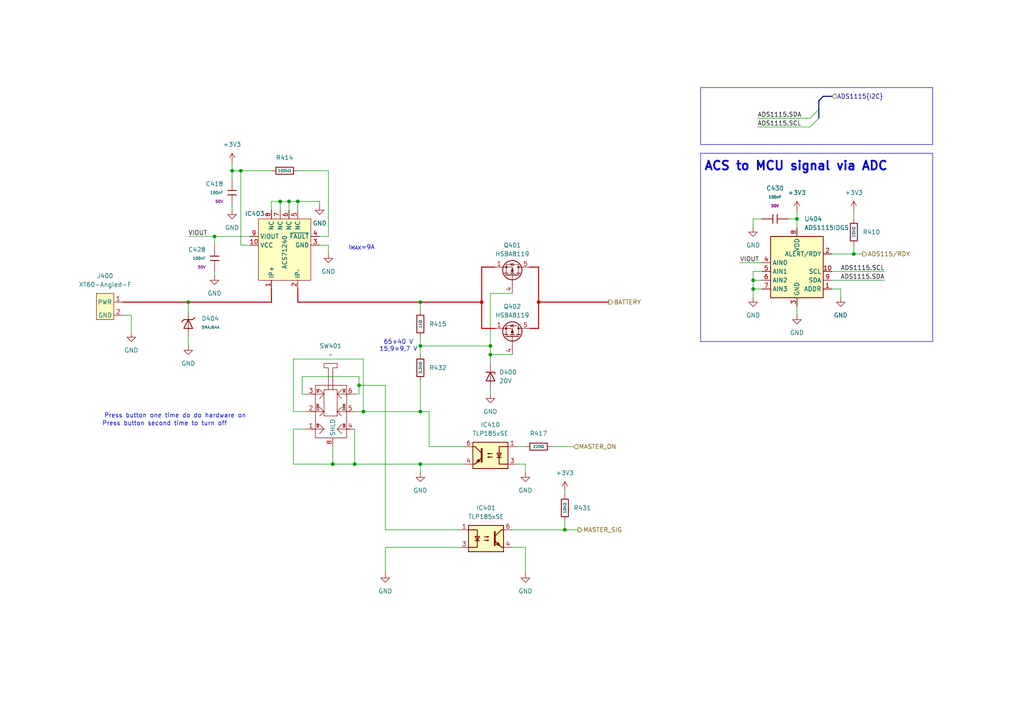
<source format=kicad_sch>
(kicad_sch (version 20250114) (generator "eeschema") (generator_version "9.0")
  (paper "A4")
  (lib_symbols
    (symbol "0402,10kΩ_1" (pin_numbers (hide yes)) (pin_names (offset 0))
      (property "Reference" "R" (at 1.778 0 0))
      (property "Value" "10kΩ" (at 0 0 90))
      (symbol "0402,10kΩ_1_0_1"
        (rectangle (start -1.016 2.54) (end 1.016 -2.54) (stroke (width 0.254)))
      )
      (symbol "0402,10kΩ_1_1_1"
        (pin passive line (at 0 3.81 270) (length 1.27) (name "~") (number "1"))
        (pin passive line (at 0 -3.81 90) (length 1.27) (name "~") (number "2"))
      )
    )
    (symbol "ACS71240KEXBLT-030B3:ACS71240KEXBLT-030B3"
      (property "Reference" "IC" (at 1.524 1.27 0))
      (property "Value" "ACS71240" (at 8.89 -7.62 0))
      (symbol "ACS71240KEXBLT-030B3_0_0"
        (pin input line (at -2.54 -3.81 0) (length 2.54) (name "IP+") (number "1"))
        (pin input line (at -2.54 -11.43 0) (length 2.54) (name "IP–") (number "2"))
        (pin power_in line (at 10.16 2.54 270) (length 2.54) (name "VCC") (number "10"))
        (pin power_in line (at 10.16 -17.78 90) (length 2.54) (name "GND") (number "3"))
        (pin output line (at 12.7 -17.78 90) (length 2.54) (name "~{FAULT}") (number "4"))
        (pin passive line (at 20.32 -3.81 180) (length 2.54) (name "NC") (number "8"))
        (pin passive line (at 20.32 -6.35 180) (length 2.54) (name "NC") (number "7"))
        (pin passive line (at 20.32 -8.89 180) (length 2.54) (name "NC") (number "6"))
        (pin passive line (at 20.32 -11.43 180) (length 2.54) (name "NC") (number "5"))
      )
      (symbol "ACS71240KEXBLT-030B3_1_0"
        (pin output line (at 12.7 2.54 270) (length 2.54) (name "VIOUT") (number "9"))
      )
      (symbol "ACS71240KEXBLT-030B3_1_1"
        (rectangle (start 0 0) (end 17.78 -15.24) (fill (type background)))
      )
    )
    (symbol "Device:D_Zener" (pin_numbers (hide yes)) (pin_names (offset 1.016) (hide yes))
      (property "Reference" "D" (at 0 2.54 0))
      (property "Value" "D_Zener" (at 0 -2.54 0))
      (symbol "D_Zener_0_1"
        (polyline (pts (xy -1.27 -1.27) (xy -1.27 1.27) (xy -0.762 1.27)) (stroke (width 0.254)))
        (polyline (pts (xy 1.27 0) (xy -1.27 0)))
        (polyline (pts (xy 1.27 -1.27) (xy 1.27 1.27) (xy -1.27 0) (xy 1.27 -1.27)) (stroke (width 0.254)))
      )
      (symbol "D_Zener_1_1"
        (pin passive line (at -3.81 0 0) (length 2.54) (name "K") (number "1"))
        (pin passive line (at 3.81 0 180) (length 2.54) (name "A") (number "2"))
      )
    )
    (symbol "Isolator:TLP185xSE"
      (property "Reference" "U" (at -5.08 5.08 0))
      (property "Value" "TLP185xSE" (at -5.08 -5.08 0))
      (symbol "TLP185xSE_0_1"
        (rectangle (start -5.08 3.81) (end 5.08 -3.81) (stroke (width 0.254)) (fill (type background)))
        (polyline (pts (xy -5.08 -2.54) (xy -2.54 -2.54) (xy -2.54 2.54) (xy -5.08 2.54)) (stroke (width 0.254)))
        (polyline (pts (xy -3.175 -0.635) (xy -1.905 -0.635)) (stroke (width 0.254)))
        (polyline (pts (xy -2.54 -0.635) (xy -3.175 0.635) (xy -1.905 0.635) (xy -2.54 -0.635)) (stroke (width 0.254)))
        (polyline (pts (xy -0.508 0.508) (xy 0.762 0.508) (xy 0.381 0.381) (xy 0.381 0.635) (xy 0.762 0.508)) (stroke (width 0.254)))
        (polyline (pts (xy -0.508 -0.508) (xy 0.762 -0.508) (xy 0.381 -0.635) (xy 0.381 -0.381) (xy 0.762 -0.508)) (stroke (width 0.254)))
        (polyline (pts (xy 2.54 1.905) (xy 2.54 -1.905)) (stroke (width 0.508)))
        (polyline (pts (xy 3.048 -1.651) (xy 3.556 -1.143) (xy 4.064 -2.159) (xy 3.048 -1.651)) (stroke (width 0.254)) (fill (type outline)))
        (polyline (pts (xy 5.08 2.54) (xy 4.445 2.54) (xy 2.54 0.635)) (stroke (width 0.254)))
        (polyline (pts (xy 5.08 -2.54) (xy 4.445 -2.54) (xy 2.54 -0.635)) (stroke (width 0.254)))
      )
      (symbol "TLP185xSE_1_1"
        (pin passive line (at -7.62 2.54 0) (length 2.54) (name "~") (number "1"))
        (pin passive line (at -7.62 -2.54 0) (length 2.54) (name "~") (number "3"))
        (pin passive line (at 7.62 2.54 180) (length 2.54) (name "~") (number "6"))
        (pin passive line (at 7.62 -2.54 180) (length 2.54) (name "~") (number "4"))
      )
    )
    (symbol "MCAC80P06YHE3:MCAC80P06YHE3"
      (property "Reference" "Q" (at 0 5.08 0))
      (property "Value" "HSBA8119" (at 0 3.048 0))
      (symbol "MCAC80P06YHE3_0_1"
        (polyline (pts (xy -2.54 0) (xy -1.778 0)))
        (polyline (pts (xy -2.286 -1.778) (xy -1.27 -1.778)) (stroke (width 0.254)))
        (polyline (pts (xy -1.905 -2.286) (xy 1.905 -2.286)) (stroke (width 0.254)))
        (circle (center -1.778 0) (radius 0.254) (fill (type outline)))
        (polyline (pts (xy -1.778 -1.778) (xy -1.778 0.762) (xy 1.778 0.762) (xy 1.778 -1.778)))
        (polyline (pts (xy -0.508 -1.778) (xy 0.508 -1.778)) (stroke (width 0.254)))
        (polyline (pts (xy 0 -0.254) (xy -0.381 -1.27) (xy 0.381 -1.27) (xy 0 -0.254)) (fill (type outline)))
        (circle (center 0 -0.889) (radius 2.794) (stroke (width 0.254)))
        (polyline (pts (xy 0 -2.286) (xy 0 -5.08)))
        (polyline (pts (xy 0.381 0.762) (xy -0.254 0.381) (xy -0.254 1.143) (xy 0.381 0.762)))
        (polyline (pts (xy 0.381 0.381) (xy 0.381 1.143)))
        (polyline (pts (xy 1.27 -1.778) (xy 2.286 -1.778)) (stroke (width 0.254)))
        (circle (center 1.778 0) (radius 0.254) (fill (type outline)))
        (polyline (pts (xy 2.54 0) (xy 0 0) (xy 0 -1.778)))
      )
      (symbol "MCAC80P06YHE3_1_0"
        (pin passive line (at -5.08 0 0) (length 2.54) (name "") (number "5"))
        (pin passive line (at -5.08 0 0) (length 2.54) (hide yes) (name "") (number "6"))
        (pin passive line (at -5.08 0 0) (length 2.54) (hide yes) (name "") (number "7"))
        (pin passive line (at -5.08 0 0) (length 2.54) (hide yes) (name "") (number "8"))
        (pin passive line (at -5.08 0 0) (length 2.54) (hide yes) (name "") (number "9"))
        (pin input line (at 0 -7.62 90) (length 2.54) (name "") (number "4"))
      )
      (symbol "MCAC80P06YHE3_1_1"
        (pin passive line (at 5.08 0 180) (length 2.54) (name "") (number "1"))
        (pin passive line (at 5.08 0 180) (length 2.54) (hide yes) (name "") (number "2"))
        (pin passive line (at 5.08 0 180) (length 2.54) (hide yes) (name "") (number "3"))
      )
    )
    (symbol "PCM_JLCPCB-Capacitors:0402,100nF,(2)" (pin_numbers (hide yes)) (pin_names (offset 0))
      (property "Reference" "C" (at 2.032 1.668 0))
      (property "Value" "100nF" (at 2.032 -0.3782 0))
      (property "Voltage Rated" "50V" (at 2.032 -2.0462 0))
      (symbol "0402,100nF,(2)_0_1"
        (polyline (pts (xy -1.27 0.635) (xy 1.27 0.635)) (stroke (width 0.254)))
        (polyline (pts (xy -1.27 -0.635) (xy 1.27 -0.635)) (stroke (width 0.254)))
      )
      (symbol "0402,100nF,(2)_1_1"
        (pin passive line (at 0 3.81 270) (length 3.175) (name "~") (number "1"))
        (pin passive line (at 0 -3.81 90) (length 3.175) (name "~") (number "2"))
      )
    )
    (symbol "PCM_JLCPCB-Diodes:TVS-Uni,SMAJ64A" (pin_numbers (hide yes)) (pin_names (offset 0))
      (property "Reference" "D" (at 2.032 0.834 0))
      (property "Value" "SMAJ64A" (at 2.032 -1.2122 0))
      (symbol "TVS-Uni,SMAJ64A_0_1"
        (polyline (pts (xy -1.905 -1.905) (xy -1.27 -1.27) (xy 1.27 -1.27) (xy 1.905 -0.635)) (stroke (width 0.254)))
        (polyline (pts (xy -1.27 1.27) (xy 0 -1.27) (xy 1.27 1.27) (xy -1.27 1.27)) (stroke (width 0.254)))
      )
      (symbol "TVS-Uni,SMAJ64A_1_1"
        (pin passive line (at 0 3.81 270) (length 3.81) (name "~") (number "2"))
        (pin passive line (at 0 -3.81 90) (length 3.81) (name "~") (number "1"))
      )
    )
    (symbol "PCM_JLCPCB-Extended:ADC, ADS1115IDGS"
      (property "Reference" "U" (at 2.54 13.97 0))
      (property "Value" "ADS1115IDGS" (at 7.62 11.43 0))
      (symbol "ADC, ADS1115IDGS_0_1"
        (rectangle (start -7.62 10.16) (end 7.62 -7.62) (stroke (width 0.254)) (fill (type background)))
      )
      (symbol "ADC, ADS1115IDGS_1_1"
        (pin input line (at -10.16 2.54 0) (length 2.54) (name "AIN0") (number "4"))
        (pin input line (at -10.16 0 0) (length 2.54) (name "AIN1") (number "5"))
        (pin input line (at -10.16 -2.54 0) (length 2.54) (name "AIN2") (number "6"))
        (pin input line (at -10.16 -5.08 0) (length 2.54) (name "AIN3") (number "7"))
        (pin power_in line (at 0 12.7 270) (length 2.54) (name "VDD") (number "8"))
        (pin power_in line (at 0 -10.16 90) (length 2.54) (name "GND") (number "3"))
        (pin output line (at 10.16 5.08 180) (length 2.54) (name "ALERT/RDY") (number "2"))
        (pin input line (at 10.16 0 180) (length 2.54) (name "SCL") (number "10"))
        (pin bidirectional line (at 10.16 -2.54 180) (length 2.54) (name "SDA") (number "9"))
        (pin input line (at 10.16 -5.08 180) (length 2.54) (name "ADDR") (number "1"))
      )
    )
    (symbol "PCM_JLCPCB-Resistors:0402,100kΩ" (pin_numbers (hide yes)) (pin_names (offset 0))
      (property "Reference" "R" (at 1.778 0 0))
      (property "Value" "100kΩ" (at 0 0 90))
      (symbol "0402,100kΩ_0_1"
        (rectangle (start -1.016 2.54) (end 1.016 -2.54) (stroke (width 0.254)))
      )
      (symbol "0402,100kΩ_1_1"
        (pin passive line (at 0 3.81 270) (length 1.27) (name "~") (number "1"))
        (pin passive line (at 0 -3.81 90) (length 1.27) (name "~") (number "2"))
      )
    )
    (symbol "PCM_JLCPCB-Resistors:0402,10kΩ" (pin_numbers (hide yes)) (pin_names (offset 0))
      (property "Reference" "R" (at 1.778 0 0))
      (property "Value" "10kΩ" (at 0 0 90))
      (symbol "0402,10kΩ_0_1"
        (rectangle (start -1.016 2.54) (end 1.016 -2.54) (stroke (width 0.254)))
      )
      (symbol "0402,10kΩ_1_1"
        (pin passive line (at 0 3.81 270) (length 1.27) (name "~") (number "1"))
        (pin passive line (at 0 -3.81 90) (length 1.27) (name "~") (number "2"))
      )
    )
    (symbol "PCM_JLCPCB-Resistors:0402,220Ω" (pin_numbers (hide yes)) (pin_names (offset 0))
      (property "Reference" "R" (at 1.778 0 0))
      (property "Value" "220Ω" (at 0 0 90))
      (symbol "0402,220Ω_0_1"
        (rectangle (start -1.016 2.54) (end 1.016 -2.54) (stroke (width 0.254)))
      )
      (symbol "0402,220Ω_1_1"
        (pin passive line (at 0 3.81 270) (length 1.27) (name "~") (number "1"))
        (pin passive line (at 0 -3.81 90) (length 1.27) (name "~") (number "2"))
      )
    )
    (symbol "PCM_JLCPCB-Resistors:0603,1kΩ" (pin_numbers (hide yes)) (pin_names (offset 0))
      (property "Reference" "R" (at 1.778 0 0))
      (property "Value" "1kΩ" (at 0 0 90))
      (symbol "0603,1kΩ_0_1"
        (rectangle (start -1.016 2.54) (end 1.016 -2.54) (stroke (width 0.254)))
      )
      (symbol "0603,1kΩ_1_1"
        (pin passive line (at 0 3.81 270) (length 1.27) (name "~") (number "1"))
        (pin passive line (at 0 -3.81 90) (length 1.27) (name "~") (number "2"))
      )
    )
    (symbol "PCM_JLCPCB-Resistors:0603,3.3kΩ" (pin_numbers (hide yes)) (pin_names (offset 0))
      (property "Reference" "R" (at 1.778 0 0))
      (property "Value" "3.3kΩ" (at 0 0 90))
      (symbol "0603,3.3kΩ_0_1"
        (rectangle (start -1.016 2.54) (end 1.016 -2.54) (stroke (width 0.254)))
      )
      (symbol "0603,3.3kΩ_1_1"
        (pin passive line (at 0 3.81 270) (length 1.27) (name "~") (number "1"))
        (pin passive line (at 0 -3.81 90) (length 1.27) (name "~") (number "2"))
      )
    )
    (symbol "PS-22F03:PS-22F03"
      (property "Reference" "SW401" (at 19.05 0.635 90))
      (property "Value" "~" (at 16.51 0.635 90))
      (symbol "PS-22F03_0_1"
        (rectangle (start -7.62 5.0318) (end 7.62 -4.0143))
        (polyline (pts (xy -5.08 6.35) (xy -5.08 2.54)))
        (polyline (pts (xy -5.08 2.54) (xy -6.35 3.81)))
        (polyline (pts (xy -5.08 2.54) (xy -3.81 3.81)))
        (polyline (pts (xy -5.08 -1.27) (xy -6.35 -2.54)))
        (polyline (pts (xy -5.08 -1.27) (xy -3.81 -2.54)))
        (polyline (pts (xy -5.08 -5.08) (xy -5.08 -1.27)))
        (rectangle (start -1.27 2.54) (end 6.35 -1.27))
        (polyline (pts (xy 0 6.35) (xy 0 2.54)))
        (polyline (pts (xy 0 2.54) (xy -1.27 3.81)))
        (polyline (pts (xy 0 2.54) (xy 1.27 3.81)))
        (polyline (pts (xy 0 -1.27) (xy -1.27 -2.54)))
        (polyline (pts (xy 0 -1.27) (xy 1.27 -2.54)))
        (polyline (pts (xy 0 -5.08) (xy 0 -1.27)))
        (polyline (pts (xy 5.08 6.35) (xy 5.08 2.54)))
        (polyline (pts (xy 5.08 2.54) (xy 3.81 3.81)))
        (polyline (pts (xy 5.08 2.54) (xy 6.35 3.81)))
        (polyline (pts (xy 5.08 -1.27) (xy 3.81 -2.54)))
        (polyline (pts (xy 5.08 -1.27) (xy 6.35 -2.54)))
        (polyline (pts (xy 5.08 -5.08) (xy 5.08 -1.27)))
        (polyline (pts (xy 6.35 1.27) (xy 12.7 1.27) (xy 12.7 2.54) (xy 13.97 2.54) (xy 13.97 -1.27) (xy 12.7 -1.27) (xy 12.7 0) (xy 6.35 0)))
        (polyline (pts (xy 10.16 0) (xy 10.16 0)))
      )
      (symbol "PS-22F03_1_1"
        (text "N0\n" (at -4.064 4.318 0) (effects (font (size 0.635 0.635))))
        (text "N0\n" (at -4.064 -3.302 0) (effects (font (size 0.635 0.635))))
        (text "COM" (at 1.27 4.318 0) (effects (font (size 0.635 0.635))))
        (text "COM" (at 1.27 -3.302 0) (effects (font (size 0.635 0.635))))
        (text "NC\n" (at 6.096 4.318 0) (effects (font (size 0.635 0.635))))
        (text "NC\n" (at 6.096 -3.302 0) (effects (font (size 0.635 0.635))))
        (pin input line (at -10.16 0 0) (length 2.54) (hide yes) (name "SHLD") (number "7"))
        (pin input line (at -10.16 0 0) (length 2.54) (name "SHLD") (number "8"))
        (pin input line (at -5.08 7.62 270) (length 2.54) (name "NO") (number "1"))
        (pin input line (at -5.08 -6.35 90) (length 2.54) (name "NO") (number "4"))
        (pin input line (at 0 7.62 270) (length 2.54) (name "COM") (number "2"))
        (pin input line (at 0 -6.35 90) (length 2.54) (name "COM") (number "5"))
        (pin input line (at 5.08 7.62 270) (length 2.54) (name "NC") (number "3"))
        (pin input line (at 5.08 -6.35 90) (length 2.54) (name "NC") (number "6"))
      )
    )
    (symbol "XT60PW:XT60-Angled-F"
      (property "Reference" "J" (at -0.762 7.112 0))
      (property "Value" "XT60-Angled-F" (at -0.762 7.112 0))
      (symbol "XT60-Angled-F_1_1"
        (rectangle (start -2.54 3.81) (end 2.54 -3.81) (fill (type background)))
        (pin input line (at 5.08 1.27 180) (length 2.54) (name "PWR") (number "1"))
        (pin input line (at 5.08 -2.54 180) (length 2.54) (name "GND") (number "2"))
      )
    )
    (symbol "power:+3V3" (power) (pin_numbers (hide yes)) (pin_names (offset 0) (hide yes))
      (property "Value" "+3V3" (at 0 3.556 0))
      (symbol "+3V3_0_1"
        (polyline (pts (xy -0.762 1.27) (xy 0 2.54)))
        (polyline (pts (xy 0 2.54) (xy 0.762 1.27)))
        (polyline (pts (xy 0 0) (xy 0 2.54)))
      )
      (symbol "+3V3_1_1"
        (pin power_in line (at 0 0 90) (length 0) (name "~") (number "1"))
      )
    )
    (symbol "power:GND" (power) (pin_numbers (hide yes)) (pin_names (offset 0) (hide yes))
      (property "Value" "GND" (at 0 -3.81 0))
      (symbol "GND_0_1"
        (polyline (pts (xy 0 0) (xy 0 -1.27) (xy 1.27 -1.27) (xy 0 -2.54) (xy -1.27 -1.27) (xy 0 -1.27)))
      )
      (symbol "GND_1_1"
        (pin power_in line (at 0 0 270) (length 0) (name "~") (number "1"))
      )
    )
  )
  (rectangle (start 203.2 44.45) (end 270.51 99.06))
  (rectangle (start 203.2 25.4) (end 270.51 41.91))
  (text "Press button second time to turn off" (at 47.752 122.936 0) (effects (font (size 1.27 1.27))))
  (text "65÷40 V\n15,9÷9,7 V" (at 115.57 100.33 0) (effects (font (size 1.27 1.27))))
  (text "ACS to MCU signal via ADC" (at 230.886 48.26 0) (effects (font (size 2.54 2.54) (thickness 0.508) (bold yes))))
  (text "I_{MAX}=9A" (at 104.902 71.882 0) (effects (font (size 1.27 1.27))))
  (text "Press button one time do do hardware on" (at 50.8 120.65 0) (effects (font (size 1.27 1.27))))
  (junction (at 54.61 87.63))
  (junction (at 163.83 153.67))
  (junction (at 121.92 87.63))
  (junction (at 121.92 134.62))
  (junction (at 81.28 58.42))
  (junction (at 142.24 102.87))
  (junction (at 67.31 49.53))
  (junction (at 247.65 73.66))
  (junction (at 104.14 111.76))
  (junction (at 156.21 87.63) (color 194 0 0 1))
  (junction (at 139.7 87.63) (color 194 0 0 1))
  (junction (at 86.36 58.42))
  (junction (at 218.44 83.82))
  (junction (at 231.14 63.5))
  (junction (at 96.52 134.62))
  (junction (at 62.23 68.58))
  (junction (at 69.85 49.53))
  (junction (at 121.92 119.38))
  (junction (at 83.82 58.42))
  (junction (at 102.87 134.62))
  (junction (at 218.44 81.28))
  (junction (at 121.92 100.33))
  (junction (at 142.24 100.33))
  (junction (at 105.41 119.38))
  (bus_entry (at 237.49 34.29) (size -2.54 2.54))
  (bus_entry (at 237.49 31.75) (size -2.54 2.54))
  (wire (pts (xy 83.82 60.96) (xy 83.82 58.42)))
  (wire (pts (xy 152.4 137.16) (xy 152.4 134.62)))
  (wire (pts (xy 111.76 111.76) (xy 104.14 111.76)))
  (wire (pts (xy 86.36 87.63) (xy 121.92 87.63)) (stroke (width 0.3048) (color 194 0 0 1)))
  (wire (pts (xy 166.37 129.54) (xy 160.02 129.54)))
  (wire (pts (xy 86.36 49.53) (xy 95.25 49.53)))
  (wire (pts (xy 69.85 49.53) (xy 69.85 71.12)))
  (wire (pts (xy 88.9 124.46) (xy 85.09 124.46)))
  (wire (pts (xy 35.56 87.63) (xy 54.61 87.63)) (stroke (width 0.3048) (color 194 0 0 1)))
  (wire (pts (xy 256.54 78.74) (xy 241.3 78.74)))
  (wire (pts (xy 247.65 60.96) (xy 247.65 63.5)))
  (wire (pts (xy 83.82 58.42) (xy 86.36 58.42)))
  (wire (pts (xy 38.1 91.44) (xy 35.56 91.44)))
  (wire (pts (xy 163.83 151.13) (xy 163.83 153.67)))
  (wire (pts (xy 81.28 58.42) (xy 81.28 60.96)))
  (wire (pts (xy 218.44 66.04) (xy 218.44 63.5)))
  (wire (pts (xy 67.31 59.69) (xy 67.31 60.96)))
  (wire (pts (xy 153.67 77.47) (xy 156.21 77.47)) (stroke (width 0.3048) (color 194 0 0 1)))
  (wire (pts (xy 148.59 158.75) (xy 152.4 158.75)))
  (wire (pts (xy 104.14 114.3) (xy 104.14 111.76)))
  (wire (pts (xy 218.44 81.28) (xy 218.44 78.74)))
  (wire (pts (xy 247.65 73.66) (xy 247.65 71.12)))
  (wire (pts (xy 231.14 63.5) (xy 231.14 66.04)))
  (wire (pts (xy 67.31 49.53) (xy 67.31 52.07)))
  (wire (pts (xy 133.35 158.75) (xy 111.76 158.75)))
  (wire (pts (xy 105.41 104.14) (xy 85.09 104.14)))
  (wire (pts (xy 62.23 68.58) (xy 72.39 68.58)))
  (wire (pts (xy 124.46 129.54) (xy 134.62 129.54)))
  (wire (pts (xy 124.46 119.38) (xy 124.46 129.54)))
  (wire (pts (xy 142.24 113.03) (xy 142.24 114.3)))
  (wire (pts (xy 105.41 119.38) (xy 121.92 119.38)))
  (bus (pts (xy 237.49 31.75) (xy 237.49 34.29)))
  (wire (pts (xy 218.44 81.28) (xy 220.98 81.28)))
  (wire (pts (xy 121.92 87.63) (xy 121.92 90.17)))
  (wire (pts (xy 241.3 73.66) (xy 247.65 73.66)))
  (wire (pts (xy 163.83 153.67) (xy 148.59 153.67)))
  (wire (pts (xy 241.3 83.82) (xy 243.84 83.82)))
  (wire (pts (xy 81.28 58.42) (xy 83.82 58.42)))
  (bus (pts (xy 238.76 27.94) (xy 241.3 27.94)))
  (wire (pts (xy 54.61 87.63) (xy 78.74 87.63)) (stroke (width 0.3048) (color 194 0 0 1)))
  (wire (pts (xy 111.76 153.67) (xy 133.35 153.67)))
  (wire (pts (xy 219.71 34.29) (xy 234.95 34.29)))
  (wire (pts (xy 54.61 100.33) (xy 54.61 97.79)))
  (wire (pts (xy 156.21 87.63) (xy 156.21 95.25)) (stroke (width 0.3048) (color 194 0 0 1)))
  (wire (pts (xy 102.87 119.38) (xy 105.41 119.38)))
  (wire (pts (xy 86.36 58.42) (xy 86.36 60.96)))
  (wire (pts (xy 86.36 83.82) (xy 86.36 87.63)) (stroke (width 0.3048) (color 194 0 0 1)))
  (wire (pts (xy 152.4 158.75) (xy 152.4 166.37)))
  (wire (pts (xy 218.44 78.74) (xy 220.98 78.74)))
  (wire (pts (xy 102.87 114.3) (xy 104.14 114.3)))
  (wire (pts (xy 256.54 81.28) (xy 241.3 81.28)))
  (wire (pts (xy 111.76 111.76) (xy 111.76 153.67)))
  (wire (pts (xy 152.4 129.54) (xy 149.86 129.54)))
  (wire (pts (xy 219.71 36.83) (xy 234.95 36.83)))
  (wire (pts (xy 142.24 100.33) (xy 142.24 102.87)))
  (wire (pts (xy 67.31 46.99) (xy 67.31 49.53)))
  (wire (pts (xy 121.92 100.33) (xy 142.24 100.33)))
  (wire (pts (xy 78.74 58.42) (xy 81.28 58.42)))
  (wire (pts (xy 156.21 77.47) (xy 156.21 87.63)) (stroke (width 0.3048) (color 194 0 0 1)))
  (wire (pts (xy 163.83 153.67) (xy 167.64 153.67)))
  (wire (pts (xy 218.44 83.82) (xy 218.44 81.28)))
  (wire (pts (xy 121.92 102.87) (xy 121.92 100.33)))
  (wire (pts (xy 231.14 60.96) (xy 231.14 63.5)))
  (wire (pts (xy 218.44 63.5) (xy 220.98 63.5)))
  (wire (pts (xy 105.41 119.38) (xy 105.41 104.14)))
  (wire (pts (xy 111.76 158.75) (xy 111.76 166.37)))
  (wire (pts (xy 72.39 71.12) (xy 69.85 71.12)))
  (wire (pts (xy 163.83 142.24) (xy 163.83 143.51)))
  (wire (pts (xy 102.87 134.62) (xy 102.87 124.46)))
  (wire (pts (xy 96.52 129.54) (xy 96.52 134.62)))
  (wire (pts (xy 218.44 83.82) (xy 220.98 83.82)))
  (wire (pts (xy 156.21 87.63) (xy 176.53 87.63)) (stroke (width 0.3048) (color 194 0 0 1)))
  (wire (pts (xy 95.25 68.58) (xy 92.71 68.58)))
  (wire (pts (xy 142.24 102.87) (xy 148.59 102.87)))
  (wire (pts (xy 152.4 134.62) (xy 149.86 134.62)))
  (wire (pts (xy 139.7 87.63) (xy 139.7 95.25)) (stroke (width 0.3048) (color 194 0 0 1)))
  (wire (pts (xy 85.09 134.62) (xy 96.52 134.62)))
  (wire (pts (xy 121.92 97.79) (xy 121.92 100.33)))
  (wire (pts (xy 95.25 49.53) (xy 95.25 68.58)))
  (wire (pts (xy 62.23 78.74) (xy 62.23 80.01)))
  (wire (pts (xy 67.31 49.53) (xy 69.85 49.53)))
  (wire (pts (xy 228.6 63.5) (xy 231.14 63.5)))
  (wire (pts (xy 78.74 60.96) (xy 78.74 58.42)))
  (wire (pts (xy 134.62 134.62) (xy 121.92 134.62)))
  (wire (pts (xy 92.71 58.42) (xy 92.71 59.69)))
  (wire (pts (xy 139.7 87.63) (xy 139.7 77.47)) (stroke (width 0.3048) (color 194 0 0 1)))
  (wire (pts (xy 86.36 58.42) (xy 92.71 58.42)))
  (wire (pts (xy 85.09 124.46) (xy 85.09 134.62)))
  (wire (pts (xy 85.09 119.38) (xy 88.9 119.38)))
  (wire (pts (xy 121.92 87.63) (xy 139.7 87.63)) (stroke (width 0.3048) (color 194 0 0 1)))
  (wire (pts (xy 92.71 71.12) (xy 95.25 71.12)))
  (wire (pts (xy 104.14 109.22) (xy 87.63 109.22)))
  (bus (pts (xy 238.76 27.94) (xy 237.49 29.21)))
  (wire (pts (xy 243.84 83.82) (xy 243.84 86.36)))
  (wire (pts (xy 104.14 111.76) (xy 104.14 109.22)))
  (wire (pts (xy 142.24 85.09) (xy 142.24 100.33)))
  (wire (pts (xy 231.14 88.9) (xy 231.14 91.44)))
  (wire (pts (xy 95.25 71.12) (xy 95.25 73.66)))
  (wire (pts (xy 85.09 104.14) (xy 85.09 119.38)))
  (wire (pts (xy 153.67 95.25) (xy 156.21 95.25)) (stroke (width 0.3048) (color 194 0 0 1)))
  (wire (pts (xy 87.63 114.3) (xy 88.9 114.3)))
  (wire (pts (xy 148.59 85.09) (xy 142.24 85.09)))
  (wire (pts (xy 124.46 119.38) (xy 121.92 119.38)))
  (wire (pts (xy 218.44 86.36) (xy 218.44 83.82)))
  (wire (pts (xy 121.92 110.49) (xy 121.92 119.38)))
  (wire (pts (xy 214.63 76.2) (xy 220.98 76.2)))
  (wire (pts (xy 87.63 109.22) (xy 87.63 114.3)))
  (wire (pts (xy 96.52 134.62) (xy 102.87 134.62)))
  (wire (pts (xy 69.85 49.53) (xy 78.74 49.53)))
  (wire (pts (xy 247.65 73.66) (xy 250.19 73.66)))
  (wire (pts (xy 142.24 102.87) (xy 142.24 105.41)))
  (wire (pts (xy 62.23 71.12) (xy 62.23 68.58)))
  (wire (pts (xy 54.61 68.58) (xy 62.23 68.58)))
  (wire (pts (xy 102.87 134.62) (xy 121.92 134.62)))
  (bus (pts (xy 237.49 29.21) (xy 237.49 31.75)))
  (wire (pts (xy 139.7 95.25) (xy 143.51 95.25)) (stroke (width 0.3048) (color 194 0 0 1)))
  (wire (pts (xy 54.61 90.17) (xy 54.61 87.63)))
  (wire (pts (xy 38.1 91.44) (xy 38.1 96.52)))
  (wire (pts (xy 139.7 77.47) (xy 143.51 77.47)) (stroke (width 0.3048) (color 194 0 0 1)))
  (wire (pts (xy 121.92 137.16) (xy 121.92 134.62)))
  (wire (pts (xy 78.74 87.63) (xy 78.74 83.82)) (stroke (width 0.3048) (color 194 0 0 1)))
  (label "VIOUT" (at 214.63 76.2 0))
  (label "ADS1115.SCL" (at 219.71 36.83 0))
  (label "ADS1115.SDA" (at 256.54 81.28 180))
  (label "ADS1115.SDA" (at 219.71 34.29 0))
  (label "VIOUT" (at 54.61 68.58 0))
  (label "ADS1115.SCL" (at 256.54 78.74 180))
  (hierarchical_label "MASTER_ON" (shape input) (at 166.37 129.54 0))
  (hierarchical_label "ADS115{slash}RDY" (shape output) (at 250.19 73.66 0))
  (hierarchical_label "ADS1115{I2C}" (shape input) (at 241.3 27.94 0))
  (hierarchical_label "MASTER_SIG" (shape output) (at 167.64 153.67 0))
  (hierarchical_label "BATTERY" (shape output) (at 176.53 87.63 0))
  (symbol (lib_id "power:GND") (at 67.31 60.96 0) (unit 1)
    (property "Reference" "#PWR0456" (effects (hide yes)))
    (property "Value" "GND" (at 67.31 66.04 0))
    (property "Description" "Power symbol creates a global label with name \"GND\" , ground" (effects (hide yes)))
  )
  (symbol (lib_id "PS-22F03:PS-22F03") (at 96.52 119.38 90) (unit 1)
    (property "Reference" "SW401" (at 95.885 100.33 90))
    (property "Value" "~" (at 95.885 102.87 90))
    (property "Footprint" "PS-22F03:SW-TH_G-SWITCH-PS-22F03N" (effects (hide yes)))
  )
  (symbol (lib_id "power:GND") (at 152.4 137.16 0) (unit 1)
    (property "Reference" "#PWR0466" (effects (hide yes)))
    (property "Value" "GND" (at 152.4 142.24 0))
    (property "Description" "Power symbol creates a global label with name \"GND\" , ground" (effects (hide yes)))
  )
  (symbol (lib_id "power:GND") (at 121.92 137.16 0) (unit 1)
    (property "Reference" "#PWR0464" (effects (hide yes)))
    (property "Value" "GND" (at 121.92 142.24 0))
    (property "Description" "Power symbol creates a global label with name \"GND\" , ground" (effects (hide yes)))
  )
  (symbol (lib_id "power:GND") (at 54.61 100.33 0) (unit 1)
    (property "Reference" "#PWR0465" (effects (hide yes)))
    (property "Value" "GND" (at 54.61 105.41 0))
    (property "Description" "Power symbol creates a global label with name \"GND\" , ground" (effects (hide yes)))
  )
  (symbol (lib_id "power:GND") (at 95.25 73.66 0) (unit 1)
    (property "Reference" "#PWR0463" (effects (hide yes)))
    (property "Value" "GND" (at 95.25 78.74 0))
    (property "Description" "Power symbol creates a global label with name \"GND\" , ground" (effects (hide yes)))
  )
  (symbol (lib_id "power:+3V3") (at 231.14 60.96 0) (unit 1)
    (property "Reference" "#PWR0489" (effects (hide yes)))
    (property "Value" "+3V3" (at 231.14 55.88 0))
    (property "Description" "Power symbol creates a global label with name \"+3V3\"" (effects (hide yes)))
  )
  (symbol (lib_id "PCM_JLCPCB-Resistors:0402,10kΩ") (at 247.65 67.31 0) (unit 1)
    (property "Reference" "R410" (at 250.19 67.3099 0) (effects (justify left)))
    (property "Value" "10kΩ" (at 247.65 67.31 90) (effects (font (size 0.8 0.8))))
    (property "Footprint" "PCM_JLCPCB:R_0402" (effects (hide yes)))
    (property "Datasheet" "https://www.lcsc.com/datasheet/lcsc_datasheet_2411221126_UNI-ROYAL-Uniroyal-Elec-0402WGF1002TCE_C25744.pdf" (effects (hide yes)))
    (property "Description" "62.5mW Thick Film Resistors 50V ±100ppm/°C ±1% 10kΩ 0402 Chip Resistor - Surface Mount ROHS" (effects (hide yes)))
    (property "LCSC" "C25744" (effects (hide yes)))
    (property "Stock" "24372091" (effects (hide yes)))
    (property "Price" "0.004USD" (effects (hide yes)))
    (property "Process" "SMT" (effects (hide yes)))
    (property "Minimum Qty" "20" (effects (hide yes)))
    (property "Attrition Qty" "10" (effects (hide yes)))
    (property "Class" "Basic Component" (effects (hide yes)))
    (property "Category" "Resistors,Chip Resistor - Surface Mount" (effects (hide yes)))
    (property "Manufacturer" "UNI-ROYAL(Uniroyal Elec)" (effects (hide yes)))
    (property "Part" "0402WGF1002TCE" (effects (hide yes)))
    (property "Resistance" "10kΩ" (effects (hide yes)))
    (property "Power(Watts)" "62.5mW" (effects (hide yes)))
    (property "Type" "Thick Film Resistors" (effects (hide yes)))
    (property "Overload Voltage (Max)" "50V" (effects (hide yes)))
    (property "Operating Temperature Range" "-55°C~+155°C" (effects (hide yes)))
    (property "Tolerance" "±1%" (effects (hide yes)))
    (property "Temperature Coefficient" "±100ppm/°C" (effects (hide yes)))
  )
  (symbol (lib_id "PCM_JLCPCB-Resistors:0402,220Ω") (at 156.21 129.54 90) (unit 1)
    (property "Reference" "R417" (at 156.21 125.73 90))
    (property "Value" "220Ω" (at 156.21 129.54 90) (effects (font (size 0.8 0.8))))
    (property "Footprint" "PCM_JLCPCB:R_0402" (effects (hide yes)))
    (property "Datasheet" "https://www.lcsc.com/datasheet/lcsc_datasheet_2205311900_UNI-ROYAL-Uniroyal-Elec-0402WGF2200TCE_C25091.pdf" (effects (hide yes)))
    (property "Description" "62.5mW Thick Film Resistors 50V ±100ppm/°C ±1% 220Ω 0402 Chip Resistor - Surface Mount ROHS" (effects (hide yes)))
    (property "LCSC" "C25091" (effects (hide yes)))
    (property "Stock" "617243" (effects (hide yes)))
    (property "Price" "0.004USD" (effects (hide yes)))
    (property "Process" "SMT" (effects (hide yes)))
    (property "Minimum Qty" "20" (effects (hide yes)))
    (property "Attrition Qty" "10" (effects (hide yes)))
    (property "Class" "Basic Component" (effects (hide yes)))
    (property "Category" "Resistors,Chip Resistor - Surface Mount" (effects (hide yes)))
    (property "Manufacturer" "UNI-ROYAL(Uniroyal Elec)" (effects (hide yes)))
    (property "Part" "0402WGF2200TCE" (effects (hide yes)))
    (property "Resistance" "220Ω" (effects (hide yes)))
    (property "Power(Watts)" "62.5mW" (effects (hide yes)))
    (property "Type" "Thick Film Resistors" (effects (hide yes)))
    (property "Overload Voltage (Max)" "50V" (effects (hide yes)))
    (property "Operating Temperature Range" "-55°C~+155°C" (effects (hide yes)))
    (property "Tolerance" "±1%" (effects (hide yes)))
    (property "Temperature Coefficient" "±100ppm/°C" (effects (hide yes)))
  )
  (symbol (lib_id "power:GND") (at 231.14 91.44 0) (unit 1)
    (property "Reference" "#PWR0427" (effects (hide yes)))
    (property "Value" "GND" (at 231.14 96.52 0))
    (property "Description" "Power symbol creates a global label with name \"GND\" , ground" (effects (hide yes)))
  )
  (symbol (lib_id "MCAC80P06YHE3:MCAC80P06YHE3") (at 148.59 95.25 0) (mirror y) (unit 1)
    (property "Reference" "Q402" (at 148.59 88.9 0))
    (property "Value" "HSBA8119" (at 148.59 91.44 0))
    (property "Footprint" "DFN5060-8L:DFN5060-8L" (effects (hide yes)))
    (property "Datasheet" "https://www.lcsc.com/product-detail/C22359243.html" (effects (hide yes)))
    (property "Description" "80V 70A 145W 15mΩ@10V 2.5V@250uA 1 P-Channel PRPAK5x6-8L MOSFETs ROHS" (effects (hide yes)))
    (property "Manufacturer" "HUASHUO" (effects (hide yes)))
    (property "LCSC" "C22359243" (effects (hide yes)))
  )
  (symbol (lib_id "power:+3V3") (at 247.65 60.96 0) (unit 1)
    (property "Reference" "#PWR0491" (effects (hide yes)))
    (property "Value" "+3V3" (at 247.65 55.88 0))
    (property "Description" "Power symbol creates a global label with name \"+3V3\"" (effects (hide yes)))
  )
  (symbol (lib_id "power:GND") (at 111.76 166.37 0) (unit 1)
    (property "Reference" "#PWR0469" (effects (hide yes)))
    (property "Value" "GND" (at 111.76 171.45 0))
    (property "Description" "Power symbol creates a global label with name \"GND\" , ground" (effects (hide yes)))
  )
  (symbol (lib_id "power:+3V3") (at 163.83 142.24 0) (unit 1)
    (property "Reference" "#PWR0472" (effects (hide yes)))
    (property "Value" "+3V3" (at 163.83 137.16 0))
    (property "Description" "Power symbol creates a global label with name \"+3V3\"" (effects (hide yes)))
  )
  (symbol (lib_id "MCAC80P06YHE3:MCAC80P06YHE3") (at 148.59 77.47 0) (mirror y) (unit 1)
    (property "Reference" "Q401" (at 148.59 71.12 0))
    (property "Value" "HSBA8119" (at 148.59 73.66 0))
    (property "Footprint" "DFN5060-8L:DFN5060-8L" (effects (hide yes)))
    (property "Datasheet" "https://www.lcsc.com/product-detail/C22359243.html" (effects (hide yes)))
    (property "Description" "80V 70A 145W 15mΩ@10V 2.5V@250uA 1 P-Channel PRPAK5x6-8L MOSFETs ROHS" (effects (hide yes)))
    (property "Manufacturer" "HUASHUO" (effects (hide yes)))
    (property "LCSC" "C22359243" (effects (hide yes)))
  )
  (symbol (lib_id "PCM_JLCPCB-Resistors:0603,3.3kΩ") (at 121.92 106.68 0) (unit 1)
    (property "Reference" "R432" (at 124.46 106.6799 0) (effects (justify left)))
    (property "Value" "3.3kΩ" (at 121.92 106.68 90) (effects (font (size 0.8 0.8))))
    (property "Footprint" "PCM_JLCPCB:R_0603" (effects (hide yes)))
    (property "Datasheet" "https://www.lcsc.com/datasheet/lcsc_datasheet_2206010116_UNI-ROYAL-Uniroyal-Elec-0603WAF3301T5E_C22978.pdf" (effects (hide yes)))
    (property "Description" "100mW Thick Film Resistors 75V ±100ppm/°C ±1% 3.3kΩ 0603 Chip Resistor - Surface Mount ROHS" (effects (hide yes)))
    (property "LCSC" "C22978" (effects (hide yes)))
    (property "Stock" "2806148" (effects (hide yes)))
    (property "Price" "0.004USD" (effects (hide yes)))
    (property "Process" "SMT" (effects (hide yes)))
    (property "Minimum Qty" "20" (effects (hide yes)))
    (property "Attrition Qty" "10" (effects (hide yes)))
    (property "Class" "Basic Component" (effects (hide yes)))
    (property "Category" "Resistors,Chip Resistor - Surface Mount" (effects (hide yes)))
    (property "Manufacturer" "UNI-ROYAL(Uniroyal Elec)" (effects (hide yes)))
    (property "Part" "0603WAF3301T5E" (effects (hide yes)))
    (property "Resistance" "3.3kΩ" (effects (hide yes)))
    (property "Power(Watts)" "100mW" (effects (hide yes)))
    (property "Type" "Thick Film Resistors" (effects (hide yes)))
    (property "Overload Voltage (Max)" "75V" (effects (hide yes)))
    (property "Operating Temperature Range" "-55°C~+155°C" (effects (hide yes)))
    (property "Tolerance" "±1%" (effects (hide yes)))
    (property "Temperature Coefficient" "±100ppm/°C" (effects (hide yes)))
  )
  (symbol (lib_id "power:GND") (at 38.1 96.52 0) (unit 1)
    (property "Reference" "#PWR0488" (effects (hide yes)))
    (property "Value" "GND" (at 38.1 101.6 0))
    (property "Description" "Power symbol creates a global label with name \"GND\" , ground" (effects (hide yes)))
  )
  (symbol (lib_id "power:GND") (at 152.4 166.37 0) (unit 1)
    (property "Reference" "#PWR0471" (effects (hide yes)))
    (property "Value" "GND" (at 152.4 171.45 0))
    (property "Description" "Power symbol creates a global label with name \"GND\" , ground" (effects (hide yes)))
  )
  (symbol (lib_id "Device:D_Zener") (at 142.24 109.22 270) (unit 1)
    (property "Reference" "D400" (at 144.78 107.9499 90) (effects (justify left)))
    (property "Value" "20V" (at 144.78 110.4899 90) (effects (justify left)))
    (property "Footprint" "Diode_SMD:D_SOD-123F" (effects (hide yes)))
    (property "Description" "Zener diode" (effects (hide yes)))
  )
  (symbol (lib_id "power:GND") (at 243.84 86.36 0) (unit 1)
    (property "Reference" "#PWR0452" (effects (hide yes)))
    (property "Value" "GND" (at 243.84 91.44 0))
    (property "Description" "Power symbol creates a global label with name \"GND\" , ground" (effects (hide yes)))
  )
  (symbol (lib_id "power:GND") (at 218.44 86.36 0) (unit 1)
    (property "Reference" "#PWR0428" (effects (hide yes)))
    (property "Value" "GND" (at 218.44 91.44 0))
    (property "Description" "Power symbol creates a global label with name \"GND\" , ground" (effects (hide yes)))
  )
  (symbol (lib_id "PCM_JLCPCB-Capacitors:0402,100nF,(2)") (at 67.31 55.88 180) (unit 1)
    (property "Reference" "C418" (at 64.77 53.3399 0) (effects (justify left)))
    (property "Value" "100nF" (at 64.77 55.88 0) (effects (font (size 0.8 0.8)) (justify left)))
    (property "Footprint" "PCM_JLCPCB:C_0402" (effects (hide yes)))
    (property "Datasheet" "https://www.lcsc.com/datasheet/lcsc_datasheet_2304140030_Samsung-Electro-Mechanics-CL05B104KB54PNC_C307331.pdf" (effects (hide yes)))
    (property "Description" "50V 100nF X7R ±10% 0402 Multilayer Ceramic Capacitors MLCC - SMD/SMT ROHS" (effects (hide yes)))
    (property "LCSC" "C307331" (effects (hide yes)))
    (property "Stock" "8389599" (effects (hide yes)))
    (property "Price" "0.008USD" (effects (hide yes)))
    (property "Process" "SMT" (effects (hide yes)))
    (property "Minimum Qty" "20" (effects (hide yes)))
    (property "Attrition Qty" "10" (effects (hide yes)))
    (property "Class" "Basic Component" (effects (hide yes)))
    (property "Category" "Capacitors,Multilayer Ceramic Capacitors MLCC - SMD/SMT" (effects (hide yes)))
    (property "Manufacturer" "Samsung Electro-Mechanics" (effects (hide yes)))
    (property "Part" "CL05B104KB54PNC" (effects (hide yes)))
    (property "Voltage Rated" "50V" (at 64.77 58.42 0) (effects (font (size 0.8 0.8)) (justify left)))
    (property "Tolerance" "±10%" (effects (hide yes)))
    (property "Capacitance" "100nF" (effects (hide yes)))
    (property "Temperature Coefficient" "X7R" (effects (hide yes)))
  )
  (symbol (lib_id "power:GND") (at 218.44 66.04 0) (unit 1)
    (property "Reference" "#PWR0490" (effects (hide yes)))
    (property "Value" "GND" (at 218.44 71.12 0))
    (property "Description" "Power symbol creates a global label with name \"GND\" , ground" (effects (hide yes)))
  )
  (symbol (lib_id "PCM_JLCPCB-Capacitors:0402,100nF,(2)") (at 62.23 74.93 180) (unit 1)
    (property "Reference" "C428" (at 59.69 72.3899 0) (effects (justify left)))
    (property "Value" "100nF" (at 59.69 74.93 0) (effects (font (size 0.8 0.8)) (justify left)))
    (property "Footprint" "PCM_JLCPCB:C_0402" (effects (hide yes)))
    (property "Datasheet" "https://www.lcsc.com/datasheet/lcsc_datasheet_2304140030_Samsung-Electro-Mechanics-CL05B104KB54PNC_C307331.pdf" (effects (hide yes)))
    (property "Description" "50V 100nF X7R ±10% 0402 Multilayer Ceramic Capacitors MLCC - SMD/SMT ROHS" (effects (hide yes)))
    (property "LCSC" "C307331" (effects (hide yes)))
    (property "Stock" "8389599" (effects (hide yes)))
    (property "Price" "0.008USD" (effects (hide yes)))
    (property "Process" "SMT" (effects (hide yes)))
    (property "Minimum Qty" "20" (effects (hide yes)))
    (property "Attrition Qty" "10" (effects (hide yes)))
    (property "Class" "Basic Component" (effects (hide yes)))
    (property "Category" "Capacitors,Multilayer Ceramic Capacitors MLCC - SMD/SMT" (effects (hide yes)))
    (property "Manufacturer" "Samsung Electro-Mechanics" (effects (hide yes)))
    (property "Part" "CL05B104KB54PNC" (effects (hide yes)))
    (property "Voltage Rated" "50V" (at 59.69 77.47 0) (effects (font (size 0.8 0.8)) (justify left)))
    (property "Tolerance" "±10%" (effects (hide yes)))
    (property "Capacitance" "100nF" (effects (hide yes)))
    (property "Temperature Coefficient" "X7R" (effects (hide yes)))
  )
  (symbol (lib_id "PCM_JLCPCB-Resistors:0402,100kΩ") (at 82.55 49.53 90) (unit 1)
    (property "Reference" "R414" (at 82.55 45.72 90))
    (property "Value" "100kΩ" (at 82.55 49.53 90) (effects (font (size 0.8 0.8))))
    (property "Footprint" "PCM_JLCPCB:R_0402" (effects (hide yes)))
    (property "Datasheet" "https://www.lcsc.com/datasheet/lcsc_datasheet_2206010100_UNI-ROYAL-Uniroyal-Elec-0402WGF1003TCE_C25741.pdf" (effects (hide yes)))
    (property "Description" "62.5mW Thick Film Resistors 50V ±100ppm/°C ±1% 100kΩ 0402 Chip Resistor - Surface Mount ROHS" (effects (hide yes)))
    (property "LCSC" "C25741" (effects (hide yes)))
    (property "Stock" "6969783" (effects (hide yes)))
    (property "Price" "0.004USD" (effects (hide yes)))
    (property "Process" "SMT" (effects (hide yes)))
    (property "Minimum Qty" "20" (effects (hide yes)))
    (property "Attrition Qty" "10" (effects (hide yes)))
    (property "Class" "Basic Component" (effects (hide yes)))
    (property "Category" "Resistors,Chip Resistor - Surface Mount" (effects (hide yes)))
    (property "Manufacturer" "UNI-ROYAL(Uniroyal Elec)" (effects (hide yes)))
    (property "Part" "0402WGF1003TCE" (effects (hide yes)))
    (property "Resistance" "100kΩ" (effects (hide yes)))
    (property "Power(Watts)" "62.5mW" (effects (hide yes)))
    (property "Type" "Thick Film Resistors" (effects (hide yes)))
    (property "Overload Voltage (Max)" "50V" (effects (hide yes)))
    (property "Operating Temperature Range" "-55°C~+155°C" (effects (hide yes)))
    (property "Tolerance" "±1%" (effects (hide yes)))
    (property "Temperature Coefficient" "±100ppm/°C" (effects (hide yes)))
  )
  (symbol (lib_id "power:GND") (at 92.71 59.69 0) (unit 1)
    (property "Reference" "#PWR0462" (effects (hide yes)))
    (property "Value" "GND" (at 92.71 64.77 0))
    (property "Description" "Power symbol creates a global label with name \"GND\" , ground" (effects (hide yes)))
  )
  (symbol (lib_id "PCM_JLCPCB-Diodes:TVS-Uni,SMAJ64A") (at 54.61 93.98 180) (unit 1)
    (property "Reference" "D404" (at 58.42 92.3924 0) (effects (justify right)))
    (property "Value" "SMAJ64A" (at 58.42 94.9325 0) (effects (font (size 0.8 0.8)) (justify right)))
    (property "Footprint" "PCM_JLCPCB:D_SMA" (effects (hide yes)))
    (property "Datasheet" "https://www.lcsc.com/datasheet/lcsc_datasheet_2501071555_hongjiacheng-SMAJ64A_C42394400.pdf" (effects (hide yes)))
    (property "Description" "SMA ESD and Surge Protection (TVS/ESD)" (effects (hide yes)))
    (property "LCSC" "C42394400" (effects (hide yes)))
    (property "Stock" "3480" (effects (hide yes)))
    (property "Price" "0.043USD" (effects (hide yes)))
    (property "Process" "SMT" (effects (hide yes)))
    (property "Minimum Qty" "5" (effects (hide yes)))
    (property "Attrition Qty" "2" (effects (hide yes)))
    (property "Class" "Preferred Component" (effects (hide yes)))
    (property "Category" "Circuit Protection,ESD And Surge Protection (TVS/ESD)" (effects (hide yes)))
    (property "Manufacturer" "hongjiacheng" (effects (hide yes)))
    (property "Part" "SMAJ64A" (effects (hide yes)))
  )
  (symbol (lib_id "XT60PW:XT60-Angled-F") (at 30.48 88.9 0) (unit 1)
    (property "Reference" "J400" (at 30.48 80.01 0))
    (property "Value" "XT60-Angled-F" (at 30.48 82.55 0))
    (property "Footprint" "XT60-RightAngle:XT60-RightAngle-Adapter" (effects (hide yes)))
  )
  (symbol (lib_id "Isolator:TLP185xSE") (at 142.24 132.08 0) (mirror y) (unit 1)
    (property "Reference" "IC410" (at 142.24 123.19 0))
    (property "Value" "TLP185xSE" (at 142.24 125.73 0))
    (property "Footprint" "Package_SO:SOIC-4_4.55x3.7mm_P2.54mm" (effects (hide yes)))
    (property "Datasheet" "https://toshiba.semicon-storage.com/info/docget.jsp?did=14111&prodName=TLP185(SE" (effects (hide yes)))
    (property "Description" "DC Optocoupler, Vce 80V, CTR 50-100%, SOIC-4-6 (MFSOP-4-6)" (effects (hide yes)))
  )
  (symbol (lib_id "PCM_JLCPCB-Resistors:0603,1kΩ") (at 121.92 93.98 0) (unit 1)
    (property "Reference" "R415" (at 124.46 93.9799 0) (effects (justify left)))
    (property "Value" "1kΩ" (at 121.92 93.98 90) (effects (font (size 0.8 0.8))))
    (property "Footprint" "PCM_JLCPCB:R_0603" (effects (hide yes)))
    (property "Datasheet" "https://www.lcsc.com/datasheet/lcsc_datasheet_2206010130_UNI-ROYAL-Uniroyal-Elec-0603WAF1001T5E_C21190.pdf" (effects (hide yes)))
    (property "Description" "100mW Thick Film Resistors 75V ±100ppm/°C ±1% 1kΩ 0603 Chip Resistor - Surface Mount ROHS" (effects (hide yes)))
    (property "LCSC" "C21190" (effects (hide yes)))
    (property "Stock" "21315282" (effects (hide yes)))
    (property "Price" "0.004USD" (effects (hide yes)))
    (property "Process" "SMT" (effects (hide yes)))
    (property "Minimum Qty" "20" (effects (hide yes)))
    (property "Attrition Qty" "10" (effects (hide yes)))
    (property "Class" "Basic Component" (effects (hide yes)))
    (property "Category" "Resistors,Chip Resistor - Surface Mount" (effects (hide yes)))
    (property "Manufacturer" "UNI-ROYAL(Uniroyal Elec)" (effects (hide yes)))
    (property "Part" "0603WAF1001T5E" (effects (hide yes)))
    (property "Resistance" "1kΩ" (effects (hide yes)))
    (property "Power(Watts)" "100mW" (effects (hide yes)))
    (property "Type" "Thick Film Resistors" (effects (hide yes)))
    (property "Overload Voltage (Max)" "75V" (effects (hide yes)))
    (property "Operating Temperature Range" "-55°C~+155°C" (effects (hide yes)))
    (property "Tolerance" "±1%" (effects (hide yes)))
    (property "Temperature Coefficient" "±100ppm/°C" (effects (hide yes)))
  )
  (symbol (lib_id "PCM_JLCPCB-Capacitors:0402,100nF,(2)") (at 224.79 63.5 90) (unit 1)
    (property "Reference" "C430" (at 224.79 54.61 90))
    (property "Value" "100nF" (at 224.79 57.15 90) (effects (font (size 0.8 0.8))))
    (property "Footprint" "PCM_JLCPCB:C_0402" (effects (hide yes)))
    (property "Datasheet" "https://www.lcsc.com/datasheet/lcsc_datasheet_2304140030_Samsung-Electro-Mechanics-CL05B104KB54PNC_C307331.pdf" (effects (hide yes)))
    (property "Description" "50V 100nF X7R ±10% 0402 Multilayer Ceramic Capacitors MLCC - SMD/SMT ROHS" (effects (hide yes)))
    (property "LCSC" "C307331" (effects (hide yes)))
    (property "Stock" "8389599" (effects (hide yes)))
    (property "Price" "0.008USD" (effects (hide yes)))
    (property "Process" "SMT" (effects (hide yes)))
    (property "Minimum Qty" "20" (effects (hide yes)))
    (property "Attrition Qty" "10" (effects (hide yes)))
    (property "Class" "Basic Component" (effects (hide yes)))
    (property "Category" "Capacitors,Multilayer Ceramic Capacitors MLCC - SMD/SMT" (effects (hide yes)))
    (property "Manufacturer" "Samsung Electro-Mechanics" (effects (hide yes)))
    (property "Part" "CL05B104KB54PNC" (effects (hide yes)))
    (property "Voltage Rated" "50V" (at 224.79 59.69 90) (effects (font (size 0.8 0.8))))
    (property "Tolerance" "±10%" (effects (hide yes)))
    (property "Capacitance" "100nF" (effects (hide yes)))
    (property "Temperature Coefficient" "X7R" (effects (hide yes)))
  )
  (symbol (lib_id "power:GND") (at 142.24 114.3 0) (unit 1)
    (property "Reference" "#PWR0473" (effects (hide yes)))
    (property "Value" "GND" (at 142.24 119.38 0))
    (property "Description" "Power symbol creates a global label with name \"GND\" , ground" (effects (hide yes)))
  )
  (symbol (lib_id "Isolator:TLP185xSE") (at 140.97 156.21 0) (unit 1)
    (property "Reference" "IC401" (at 140.97 147.32 0))
    (property "Value" "TLP185xSE" (at 140.97 149.86 0))
    (property "Footprint" "Package_SO:SOIC-4_4.55x3.7mm_P2.54mm" (effects (hide yes)))
    (property "Datasheet" "https://toshiba.semicon-storage.com/info/docget.jsp?did=14111&prodName=TLP185(SE" (effects (hide yes)))
    (property "Description" "DC Optocoupler, Vce 80V, CTR 50-100%, SOIC-4-6 (MFSOP-4-6)" (effects (hide yes)))
  )
  (symbol (lib_id "ACS71240KEXBLT-030B3:ACS71240KEXBLT-030B3") (at 74.93 81.28 90) (unit 1)
    (property "Reference" "IC403" (at 73.914 61.976 90))
    (property "Value" "ACS71240" (at 82.55 73.152 0))
    (property "Footprint" "Sensor_Current:Allegro_QFN-12-10-1EP_3x3mm_P0.5mm" (effects (hide yes)))
    (property "Datasheet" "https://www.mouser.pl/datasheet/2/1115/ACS71240_Datasheet-3178501.pdf" (effects (hide yes)))
    (property "Description" "30A Bidirectional Hall-Effect Current Sensor, +3.3V supply, 44mV/A, QFN-12" (effects (hide yes)))
  )
  (symbol (lib_id "power:+3V3") (at 67.31 46.99 0) (unit 1)
    (property "Reference" "#PWR0447" (effects (hide yes)))
    (property "Value" "+3V3" (at 67.31 41.91 0))
    (property "Description" "Power symbol creates a global label with name \"+3V3\"" (effects (hide yes)))
  )
  (symbol (lib_id "PCM_JLCPCB-Extended:ADC, ADS1115IDGS") (at 231.14 78.74 0) (unit 1)
    (property "Reference" "U404" (at 233.2833 63.5 0) (effects (justify left)))
    (property "Value" "ADS1115IDGS" (at 233.2833 66.04 0) (effects (justify left)))
    (property "Footprint" "PCM_JLCPCB:TSSOP-10_3x3mm_P0.5mm" (effects (hide yes)))
    (property "Datasheet" "http://www.ti.com/lit/ds/symlink/ads1113.pdf" (effects (hide yes)))
    (property "Description" "Ultra-Small, Low-Power, I2C-Compatible, 860-SPS, 16-Bit ADCs With Internal Reference, Oscillator, and Programmable Comparator, VSSOP-10" (effects (hide yes)))
    (property "LCSC" "C37593" (effects (hide yes)))
  )
  (symbol (lib_id "power:GND") (at 62.23 80.01 0) (unit 1)
    (property "Reference" "#PWR0484" (effects (hide yes)))
    (property "Value" "GND" (at 62.23 85.09 0))
    (property "Description" "Power symbol creates a global label with name \"GND\" , ground" (effects (hide yes)))
  )
  (symbol (lib_name "0402,10kΩ_1") (lib_id "PCM_JLCPCB-Resistors:0402,10kΩ") (at 163.83 147.32 180) (unit 1)
    (property "Reference" "R431" (at 166.37 147.3199 0) (effects (justify right)))
    (property "Value" "10kΩ" (at 163.83 147.32 90) (effects (font (size 0.8 0.8))))
    (property "Footprint" "PCM_JLCPCB:R_0402" (effects (hide yes)))
    (property "Datasheet" "https://www.lcsc.com/datasheet/lcsc_datasheet_2411221126_UNI-ROYAL-Uniroyal-Elec-0402WGF1002TCE_C25744.pdf" (effects (hide yes)))
    (property "Description" "62.5mW Thick Film Resistors 50V ±100ppm/°C ±1% 10kΩ 0402 Chip Resistor - Surface Mount ROHS" (effects (hide yes)))
    (property "LCSC" "C25744" (effects (hide yes)))
    (property "Stock" "6144808" (effects (hide yes)))
    (property "Price" "0.004USD" (effects (hide yes)))
    (property "Process" "SMT" (effects (hide yes)))
    (property "Minimum Qty" "5" (effects (hide yes)))
    (property "Attrition Qty" "10" (effects (hide yes)))
    (property "Class" "Basic Component" (effects (hide yes)))
    (property "Category" "Resistors,Chip Resistor - Surface Mount" (effects (hide yes)))
    (property "Manufacturer" "UNI-ROYAL(Uniroyal Elec)" (effects (hide yes)))
    (property "Part" "0402WGF1002TCE" (effects (hide yes)))
    (property "Resistance" "10kΩ" (effects (hide yes)))
    (property "Power(Watts)" "62.5mW" (effects (hide yes)))
    (property "Type" "Thick Film Resistors" (effects (hide yes)))
    (property "Overload Voltage (Max)" "50V" (effects (hide yes)))
    (property "Operating Temperature Range" "-55°C~+155°C" (effects (hide yes)))
    (property "Tolerance" "±1%" (effects (hide yes)))
    (property "Temperature Coefficient" "±100ppm/°C" (effects (hide yes)))
  )
)
</source>
